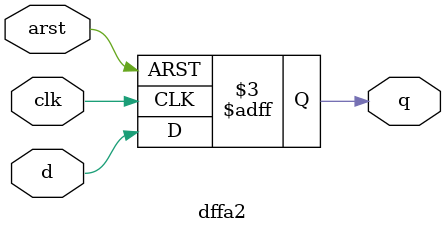
<source format=v>
module dffa2(clk, arst, d, q);
input clk, arst, d;
output reg q;
always @(posedge clk or negedge arst) begin
	if (!arst)
		q <= 0;
	else
		q <= d;
end
endmodule
</source>
